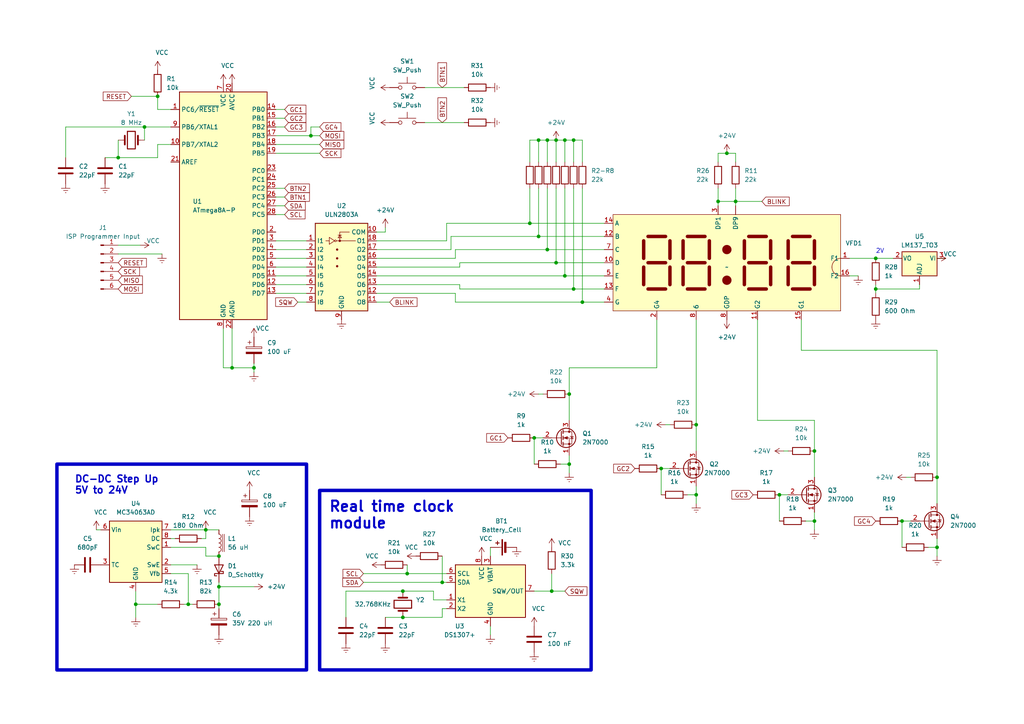
<source format=kicad_sch>
(kicad_sch (version 20231120) (generator "eeschema") (generator_version "8.0")
  (paper "A4")
  (title_block (title "ИВЛ2-7/5 Clock by so1der") (date "25.10.23") (rev "1.0"))
  (lib_symbols
    (symbol "Connector:Conn_01x06_Pin" (pin_names (offset 1.016) hide)
      (property "Reference" "J" (at 0 7.62 0))
      (property "Value" "Conn_01x06_Pin" (at 0 -10.16 0))
      (symbol "Conn_01x06_Pin_1_1"
        (pin passive line (at 5.08 5.08 180) (length 3.81) (name "Pin_1") (number "1"))
        (pin passive line (at 5.08 2.54 180) (length 3.81) (name "Pin_2") (number "2"))
        (pin passive line (at 5.08 0 180) (length 3.81) (name "Pin_3") (number "3"))
        (pin passive line (at 5.08 -2.54 180) (length 3.81) (name "Pin_4") (number "4"))
        (pin passive line (at 5.08 -5.08 180) (length 3.81) (name "Pin_5") (number "5"))
        (pin passive line (at 5.08 -7.62 180) (length 3.81) (name "Pin_6") (number "6"))
      )
    )
    (symbol "Device:Battery_Cell" (pin_numbers hide) (pin_names (offset 0) hide)
      (property "Reference" "BT" (at 2.54 2.54 0))
      (property "Value" "Battery_Cell" (at 2.54 0 0))
      (symbol "Battery_Cell_1_1"
        (pin passive line (at 0 5.08 270) (length 2.54) (name "+") (number "1"))
        (pin passive line (at 0 -2.54 90) (length 2.54) (name "-") (number "2"))
      )
    )
    (symbol "Device:C" (pin_numbers hide) (pin_names (offset 0.254))
      (property "Reference" "C" (at 0.635 2.54 0))
      (property "Value" "C" (at 0.635 -2.54 0))
      (symbol "C_1_1"
        (pin passive line (at 0 3.81 270) (length 2.794) (name "~") (number "1"))
        (pin passive line (at 0 -3.81 90) (length 2.794) (name "~") (number "2"))
      )
    )
    (symbol "Device:C_Polarized" (pin_numbers hide) (pin_names (offset 0.254))
      (property "Reference" "C" (at 0.635 2.54 0))
      (property "Value" "C_Polarized" (at 0.635 -2.54 0))
      (symbol "C_Polarized_1_1"
        (pin passive line (at 0 3.81 270) (length 2.794) (name "~") (number "1"))
        (pin passive line (at 0 -3.81 90) (length 2.794) (name "~") (number "2"))
      )
    )
    (symbol "Device:Crystal" (pin_numbers hide) (pin_names (offset 1.016) hide)
      (property "Reference" "Y" (at 0 3.81 0))
      (property "Value" "Crystal" (at 0 -3.81 0))
      (symbol "Crystal_1_1"
        (pin passive line (at -3.81 0 0) (length 1.27) (name "1") (number "1"))
        (pin passive line (at 3.81 0 180) (length 1.27) (name "2") (number "2"))
      )
    )
    (symbol "Device:D_Schottky" (pin_numbers hide) (pin_names (offset 1.016) hide)
      (property "Reference" "D" (at 0 2.54 0))
      (property "Value" "D_Schottky" (at 0 -2.54 0))
      (symbol "D_Schottky_1_1"
        (pin passive line (at -3.81 0 0) (length 2.54) (name "K") (number "1"))
        (pin passive line (at 3.81 0 180) (length 2.54) (name "A") (number "2"))
      )
    )
    (symbol "Device:L_Iron" (pin_numbers hide) (pin_names (offset 1.016) hide)
      (property "Reference" "L" (at -1.27 0 90))
      (property "Value" "L_Iron" (at 2.794 0 90))
      (symbol "L_Iron_1_1"
        (pin passive line (at 0 3.81 270) (length 1.27) (name "1") (number "1"))
        (pin passive line (at 0 -3.81 90) (length 1.27) (name "2") (number "2"))
      )
    )
    (symbol "Device:R" (pin_numbers hide) (pin_names (offset 0))
      (property "Reference" "R" (at 2.032 0 90))
      (property "Value" "R" (at 0 0 90))
      (symbol "R_1_1"
        (pin passive line (at 0 3.81 270) (length 1.27) (name "~") (number "1"))
        (pin passive line (at 0 -3.81 90) (length 1.27) (name "~") (number "2"))
      )
    )
    (symbol "IVL275:IVL275"
      (property "Reference" "VFD" (at 0 0 0))
      (symbol "IVL275_1_1"
        (pin input line (at 2.54 17.78 270) (length 2.54) (name "DP9") (number ""))
        (pin input line (at 35.56 2.54 180) (length 2.54) (name "F1") (number "1"))
        (pin input line (at -35.56 1.27 0) (length 2.54) (name "D") (number "10"))
        (pin input line (at 8.89 -15.24 90) (length 2.54) (name "G2") (number "11"))
        (pin input line (at -35.56 8.89 0) (length 2.54) (name "B") (number "12"))
        (pin input line (at -35.56 -6.35 0) (length 2.54) (name "F") (number "13"))
        (pin input line (at -35.56 12.7 0) (length 2.54) (name "A") (number "14"))
        (pin input line (at 21.59 -15.24 90) (length 2.54) (name "G1") (number "15"))
        (pin input line (at 35.56 -2.54 180) (length 2.54) (name "F2") (number "16"))
        (pin input line (at -20.32 -15.24 90) (length 2.54) (name "G4") (number "2"))
        (pin input line (at -2.54 17.78 270) (length 2.54) (name "DP1") (number "3"))
        (pin input line (at -35.56 -10.16 0) (length 2.54) (name "G") (number "4"))
        (pin input line (at -35.56 -2.54 0) (length 2.54) (name "E") (number "5"))
        (pin input line (at -35.56 5.08 0) (length 2.54) (name "C") (number "7"))
        (pin input line (at -8.89 -15.24 90) (length 2.54) (name "6") (number "8"))
        (pin input line (at 0 -15.24 90) (length 2.54) (name "GDP") (number "8"))
      )
    )
    (symbol "MCU_Microchip_ATmega:ATmega8A-P"
      (property "Reference" "U" (at -12.7 34.29 0))
      (property "Value" "ATmega8A-P" (at 5.08 -34.29 0))
      (symbol "ATmega8A-P_1_1"
        (pin bidirectional line (at -15.24 27.94 0) (length 2.54) (name "PC6/~{RESET}") (number "1"))
        (pin bidirectional line (at -15.24 17.78 0) (length 2.54) (name "PB7/XTAL2") (number "10"))
        (pin bidirectional line (at 15.24 -20.32 180) (length 2.54) (name "PD5") (number "11"))
        (pin bidirectional line (at 15.24 -22.86 180) (length 2.54) (name "PD6") (number "12"))
        (pin bidirectional line (at 15.24 -25.4 180) (length 2.54) (name "PD7") (number "13"))
        (pin bidirectional line (at 15.24 27.94 180) (length 2.54) (name "PB0") (number "14"))
        (pin bidirectional line (at 15.24 25.4 180) (length 2.54) (name "PB1") (number "15"))
        (pin bidirectional line (at 15.24 22.86 180) (length 2.54) (name "PB2") (number "16"))
        (pin bidirectional line (at 15.24 20.32 180) (length 2.54) (name "PB3") (number "17"))
        (pin bidirectional line (at 15.24 17.78 180) (length 2.54) (name "PB4") (number "18"))
        (pin bidirectional line (at 15.24 15.24 180) (length 2.54) (name "PB5") (number "19"))
        (pin bidirectional line (at 15.24 -7.62 180) (length 2.54) (name "PD0") (number "2"))
        (pin power_in line (at 2.54 35.56 270) (length 2.54) (name "AVCC") (number "20"))
        (pin passive line (at -15.24 12.7 0) (length 2.54) (name "AREF") (number "21"))
        (pin power_in line (at 2.54 -35.56 90) (length 2.54) (name "AGND") (number "22"))
        (pin bidirectional line (at 15.24 10.16 180) (length 2.54) (name "PC0") (number "23"))
        (pin bidirectional line (at 15.24 7.62 180) (length 2.54) (name "PC1") (number "24"))
        (pin bidirectional line (at 15.24 5.08 180) (length 2.54) (name "PC2") (number "25"))
        (pin bidirectional line (at 15.24 2.54 180) (length 2.54) (name "PC3") (number "26"))
        (pin bidirectional line (at 15.24 0 180) (length 2.54) (name "PC4") (number "27"))
        (pin bidirectional line (at 15.24 -2.54 180) (length 2.54) (name "PC5") (number "28"))
        (pin bidirectional line (at 15.24 -10.16 180) (length 2.54) (name "PD1") (number "3"))
        (pin bidirectional line (at 15.24 -12.7 180) (length 2.54) (name "PD2") (number "4"))
        (pin bidirectional line (at 15.24 -15.24 180) (length 2.54) (name "PD3") (number "5"))
        (pin bidirectional line (at 15.24 -17.78 180) (length 2.54) (name "PD4") (number "6"))
        (pin power_in line (at 0 35.56 270) (length 2.54) (name "VCC") (number "7"))
        (pin power_in line (at 0 -35.56 90) (length 2.54) (name "GND") (number "8"))
        (pin bidirectional line (at -15.24 22.86 0) (length 2.54) (name "PB6/XTAL1") (number "9"))
      )
    )
    (symbol "Regulator_Linear:LM137_TO3" (pin_names (offset 0.254))
      (property "Reference" "U" (at -3.81 -3.175 0))
      (property "Value" "LM137_TO3" (at 0 -3.175 0))
      (symbol "LM137_TO3_1_1"
        (pin input line (at 0 7.62 270) (length 2.54) (name "ADJ") (number "1"))
        (pin power_out line (at 7.62 0 180) (length 2.54) (name "VO") (number "2"))
        (pin power_in line (at -7.62 0 0) (length 2.54) (name "VI") (number "3"))
      )
    )
    (symbol "Regulator_Switching:MC34063AD"
      (property "Reference" "U" (at -7.62 8.89 0))
      (property "Value" "MC34063AD" (at 0 8.89 0))
      (symbol "MC34063AD_1_1"
        (pin open_collector line (at 10.16 0 180) (length 2.54) (name "SwC") (number "1"))
        (pin open_emitter line (at 10.16 -5.08 180) (length 2.54) (name "SwE") (number "2"))
        (pin passive line (at -10.16 -5.08 0) (length 2.54) (name "TC") (number "3"))
        (pin power_in line (at 0 -12.7 90) (length 2.54) (name "GND") (number "4"))
        (pin input line (at 10.16 -7.62 180) (length 2.54) (name "Vfb") (number "5"))
        (pin power_in line (at -10.16 5.08 0) (length 2.54) (name "Vin") (number "6"))
        (pin input line (at 10.16 5.08 180) (length 2.54) (name "Ipk") (number "7"))
        (pin open_collector line (at 10.16 2.54 180) (length 2.54) (name "DC") (number "8"))
      )
    )
    (symbol "Switch:SW_Push" (pin_numbers hide) (pin_names (offset 1.016) hide)
      (property "Reference" "SW" (at 1.27 2.54 0))
      (property "Value" "SW_Push" (at 0 -1.524 0))
      (symbol "SW_Push_0_1"
        (pin passive line (at -5.08 0 0) (length 2.54) (name "1") (number "1"))
        (pin passive line (at 5.08 0 180) (length 2.54) (name "2") (number "2"))
      )
    )
    (symbol "Timer_RTC:DS1307+"
      (property "Reference" "U" (at -8.89 8.89 0))
      (property "Value" "DS1307+" (at 1.27 8.89 0))
      (symbol "DS1307+_1_1"
        (pin input line (at -12.7 -2.54 0) (length 2.54) (name "X1") (number "1"))
        (pin input line (at -12.7 -5.08 0) (length 2.54) (name "X2") (number "2"))
        (pin power_in line (at 0 10.16 270) (length 2.54) (name "VBAT") (number "3"))
        (pin power_in line (at 0 -10.16 90) (length 2.54) (name "GND") (number "4"))
        (pin bidirectional line (at -12.7 2.54 0) (length 2.54) (name "SDA") (number "5"))
        (pin input line (at -12.7 5.08 0) (length 2.54) (name "SCL") (number "6"))
        (pin open_collector line (at 12.7 0 180) (length 2.54) (name "SQW/OUT") (number "7"))
        (pin power_in line (at -2.54 10.16 270) (length 2.54) (name "VCC") (number "8"))
      )
    )
    (symbol "Transistor_Array:ULN2803A"
      (property "Reference" "U" (at 0 13.335 0))
      (property "Value" "ULN2803A" (at 0 11.43 0))
      (symbol "ULN2803A_1_1"
        (pin input line (at -10.16 5.08 0) (length 2.54) (name "I1") (number "1"))
        (pin passive line (at 10.16 7.62 180) (length 2.54) (name "COM") (number "10"))
        (pin open_collector line (at 10.16 -12.7 180) (length 2.54) (name "O8") (number "11"))
        (pin open_collector line (at 10.16 -10.16 180) (length 2.54) (name "O7") (number "12"))
        (pin open_collector line (at 10.16 -7.62 180) (length 2.54) (name "O6") (number "13"))
        (pin open_collector line (at 10.16 -5.08 180) (length 2.54) (name "O5") (number "14"))
        (pin open_collector line (at 10.16 -2.54 180) (length 2.54) (name "O4") (number "15"))
        (pin open_collector line (at 10.16 0 180) (length 2.54) (name "O3") (number "16"))
        (pin open_collector line (at 10.16 2.54 180) (length 2.54) (name "O2") (number "17"))
        (pin open_collector line (at 10.16 5.08 180) (length 2.54) (name "O1") (number "18"))
        (pin input line (at -10.16 2.54 0) (length 2.54) (name "I2") (number "2"))
        (pin input line (at -10.16 0 0) (length 2.54) (name "I3") (number "3"))
        (pin input line (at -10.16 -2.54 0) (length 2.54) (name "I4") (number "4"))
        (pin input line (at -10.16 -5.08 0) (length 2.54) (name "I5") (number "5"))
        (pin input line (at -10.16 -7.62 0) (length 2.54) (name "I6") (number "6"))
        (pin input line (at -10.16 -10.16 0) (length 2.54) (name "I7") (number "7"))
        (pin input line (at -10.16 -12.7 0) (length 2.54) (name "I8") (number "8"))
        (pin power_in line (at 0 -17.78 90) (length 2.54) (name "GND") (number "9"))
      )
    )
    (symbol "Transistor_FET:2N7000" (pin_names hide)
      (property "Reference" "Q" (at 5.08 1.905 0))
      (property "Value" "2N7000" (at 5.08 0 0))
      (symbol "2N7000_1_1"
        (pin passive line (at 2.54 -5.08 90) (length 2.54) (name "S") (number "1"))
        (pin input line (at -5.08 0 0) (length 2.54) (name "G") (number "2"))
        (pin passive line (at 2.54 5.08 270) (length 2.54) (name "D") (number "3"))
      )
    )
    (symbol "power:+24V" (power) (pin_names (offset 0))
      (property "Value" "+24V" (at 0 3.556 0))
      (symbol "+24V_1_1"
        (pin power_in line (at 0 0 90) (length 0) hide (name "+24V") (number "1"))
      )
    )
    (symbol "power:Earth" (power) (pin_names (offset 0))
      (symbol "Earth_1_1"
        (pin power_in line (at 0 0 270) (length 0) hide (name "Earth") (number "1"))
      )
    )
    (symbol "power:VCC" (power) (pin_names (offset 0))
      (property "Value" "VCC" (at 0 3.81 0))
      (symbol "VCC_1_1"
        (pin power_in line (at 0 0 90) (length 0) hide (name "VCC") (number "1"))
      )
    )
  )
  (junction (at 128.27 168.91))
  (junction (at 63.5 170.18))
  (junction (at 116.84 179.07))
  (junction (at 208.28 58.42))
  (junction (at 90.17 39.37))
  (junction (at 201.93 143.51))
  (junction (at 39.37 175.26))
  (junction (at 236.22 151.13))
  (junction (at 45.72 27.94))
  (junction (at 168.91 87.63))
  (junction (at 160.02 171.45))
  (junction (at 54.61 175.26))
  (junction (at 166.37 83.82))
  (junction (at 254 74.93))
  (junction (at 236.22 130.81))
  (junction (at 226.06 143.51))
  (junction (at 156.21 68.58))
  (junction (at 59.69 153.67))
  (junction (at 158.75 40.64))
  (junction (at 191.77 135.89))
  (junction (at 67.31 106.68))
  (junction (at 161.29 76.2))
  (junction (at 201.93 123.19))
  (junction (at 254 83.82))
  (junction (at 163.83 40.64))
  (junction (at 41.91 36.83))
  (junction (at 34.29 45.72))
  (junction (at 116.84 171.45))
  (junction (at 166.37 40.64))
  (junction (at 154.94 127))
  (junction (at 156.21 40.64))
  (junction (at 153.67 64.77))
  (junction (at 158.75 72.39))
  (junction (at 63.5 175.26))
  (junction (at 213.36 58.42))
  (junction (at 73.66 106.68))
  (junction (at 261.62 151.13))
  (junction (at 161.29 40.64))
  (junction (at 271.78 158.75))
  (junction (at 210.82 44.45))
  (junction (at 271.78 138.43))
  (junction (at 118.11 166.37))
  (junction (at 165.1 114.3))
  (junction (at 63.5 161.29))
  (junction (at 163.83 80.01))
  (junction (at 165.1 134.62))
  (wire (pts (xy 133.35 76.2) (xy 133.35 77.47)))
  (wire (pts (xy 233.68 151.13) (xy 236.22 151.13)))
  (wire (pts (xy 163.83 40.64) (xy 166.37 40.64)))
  (wire (pts (xy 161.29 40.64) (xy 158.75 40.64)))
  (wire (pts (xy 49.53 163.83) (xy 57.15 163.83)))
  (wire (pts (xy 166.37 54.61) (xy 166.37 83.82)))
  (wire (pts (xy 262.89 138.43) (xy 264.16 138.43)))
  (wire (pts (xy 59.69 161.29) (xy 63.5 161.29)))
  (wire (pts (xy 109.22 69.85) (xy 129.54 69.85)))
  (wire (pts (xy 38.1 27.94) (xy 45.72 27.94)))
  (wire (pts (xy 109.22 67.31) (xy 111.76 67.31)))
  (wire (pts (xy 111.76 179.07) (xy 116.84 179.07)))
  (wire (pts (xy 67.31 95.25) (xy 67.31 106.68)))
  (wire (pts (xy 80.01 72.39) (xy 88.9 72.39)))
  (wire (pts (xy 128.27 168.91) (xy 129.54 168.91)))
  (wire (pts (xy 132.08 87.63) (xy 168.91 87.63)))
  (wire (pts (xy 165.1 121.92) (xy 165.1 114.3)))
  (wire (pts (xy 116.84 171.45) (xy 125.73 171.45)))
  (wire (pts (xy 208.28 58.42) (xy 213.36 58.42)))
  (wire (pts (xy 199.39 143.51) (xy 201.93 143.51)))
  (wire (pts (xy 219.71 92.71) (xy 219.71 121.92)))
  (wire (pts (xy 208.28 54.61) (xy 208.28 58.42)))
  (wire (pts (xy 271.78 101.6) (xy 232.41 101.6)))
  (wire (pts (xy 105.41 166.37) (xy 118.11 166.37)))
  (wire (pts (xy 19.05 45.72) (xy 19.05 36.83)))
  (wire (pts (xy 226.06 143.51) (xy 226.06 151.13)))
  (wire (pts (xy 168.91 46.99) (xy 168.91 40.64)))
  (wire (pts (xy 80.01 69.85) (xy 88.9 69.85)))
  (wire (pts (xy 161.29 54.61) (xy 161.29 76.2)))
  (wire (pts (xy 41.91 36.83) (xy 49.53 36.83)))
  (wire (pts (xy 49.53 153.67) (xy 59.69 153.67)))
  (wire (pts (xy 213.36 54.61) (xy 213.36 58.42)))
  (wire (pts (xy 154.94 171.45) (xy 160.02 171.45)))
  (wire (pts (xy 80.01 39.37) (xy 90.17 39.37)))
  (wire (pts (xy 80.01 77.47) (xy 88.9 77.47)))
  (wire (pts (xy 213.36 58.42) (xy 213.36 59.69)))
  (wire (pts (xy 111.76 67.31) (xy 111.76 66.04)))
  (wire (pts (xy 133.35 83.82) (xy 166.37 83.82)))
  (wire (pts (xy 45.72 31.75) (xy 49.53 31.75)))
  (wire (pts (xy 208.28 44.45) (xy 210.82 44.45)))
  (wire (pts (xy 39.37 175.26) (xy 39.37 171.45)))
  (wire (pts (xy 165.1 106.68) (xy 190.5 106.68)))
  (wire (pts (xy 30.48 45.72) (xy 34.29 45.72)))
  (wire (pts (xy 166.37 83.82) (xy 175.26 83.82)))
  (wire (pts (xy 158.75 54.61) (xy 158.75 72.39)))
  (wire (pts (xy 90.17 39.37) (xy 92.71 39.37)))
  (wire (pts (xy 156.21 40.64) (xy 158.75 40.64)))
  (wire (pts (xy 254 83.82) (xy 254 85.09)))
  (wire (pts (xy 163.83 54.61) (xy 163.83 80.01)))
  (wire (pts (xy 254 82.55) (xy 254 83.82)))
  (wire (pts (xy 271.78 161.29) (xy 271.78 158.75)))
  (wire (pts (xy 54.61 175.26) (xy 55.88 175.26)))
  (wire (pts (xy 271.78 138.43) (xy 271.78 101.6)))
  (wire (pts (xy 105.41 168.91) (xy 128.27 168.91)))
  (wire (pts (xy 271.78 146.05) (xy 271.78 138.43)))
  (wire (pts (xy 236.22 130.81) (xy 236.22 138.43)))
  (wire (pts (xy 160.02 166.37) (xy 160.02 171.45)))
  (wire (pts (xy 132.08 74.93) (xy 132.08 72.39)))
  (wire (pts (xy 45.72 41.91) (xy 45.72 45.72)))
  (wire (pts (xy 153.67 40.64) (xy 156.21 40.64)))
  (wire (pts (xy 129.54 64.77) (xy 153.67 64.77)))
  (wire (pts (xy 128.27 176.53) (xy 129.54 176.53)))
  (wire (pts (xy 80.01 44.45) (xy 92.71 44.45)))
  (wire (pts (xy 162.56 134.62) (xy 165.1 134.62)))
  (wire (pts (xy 123.19 25.4) (xy 134.62 25.4)))
  (wire (pts (xy 118.11 163.83) (xy 118.11 166.37)))
  (wire (pts (xy 130.81 68.58) (xy 156.21 68.58)))
  (wire (pts (xy 59.69 158.75) (xy 59.69 161.29)))
  (wire (pts (xy 158.75 40.64) (xy 158.75 46.99)))
  (wire (pts (xy 63.5 170.18) (xy 73.66 170.18)))
  (wire (pts (xy 165.1 134.62) (xy 165.1 132.08)))
  (wire (pts (xy 39.37 175.26) (xy 45.72 175.26)))
  (wire (pts (xy 63.5 176.53) (xy 63.5 175.26)))
  (wire (pts (xy 64.77 106.68) (xy 67.31 106.68)))
  (wire (pts (xy 132.08 72.39) (xy 158.75 72.39)))
  (wire (pts (xy 34.29 71.12) (xy 40.64 71.12)))
  (wire (pts (xy 156.21 54.61) (xy 156.21 68.58)))
  (wire (pts (xy 130.81 72.39) (xy 130.81 68.58)))
  (wire (pts (xy 49.53 41.91) (xy 45.72 41.91)))
  (wire (pts (xy 274.32 74.93) (xy 271.78 74.93)))
  (wire (pts (xy 213.36 46.99) (xy 213.36 44.45)))
  (wire (pts (xy 165.1 137.16) (xy 165.1 134.62)))
  (wire (pts (xy 45.72 27.94) (xy 45.72 31.75)))
  (wire (pts (xy 128.27 179.07) (xy 128.27 176.53)))
  (wire (pts (xy 269.24 158.75) (xy 271.78 158.75)))
  (wire (pts (xy 109.22 85.09) (xy 132.08 85.09)))
  (wire (pts (xy 109.22 74.93) (xy 132.08 74.93)))
  (wire (pts (xy 236.22 153.67) (xy 236.22 151.13)))
  (wire (pts (xy 129.54 69.85) (xy 129.54 64.77)))
  (wire (pts (xy 193.04 123.19) (xy 194.31 123.19)))
  (wire (pts (xy 59.69 153.67) (xy 63.5 153.67)))
  (wire (pts (xy 156.21 68.58) (xy 175.26 68.58)))
  (wire (pts (xy 27.94 153.67) (xy 29.21 153.67)))
  (wire (pts (xy 271.78 158.75) (xy 271.78 156.21)))
  (wire (pts (xy 80.01 31.75) (xy 82.55 31.75)))
  (wire (pts (xy 213.36 44.45) (xy 210.82 44.45)))
  (wire (pts (xy 125.73 173.99) (xy 129.54 173.99)))
  (wire (pts (xy 254 83.82) (xy 266.7 83.82)))
  (wire (pts (xy 80.01 85.09) (xy 88.9 85.09)))
  (wire (pts (xy 118.11 166.37) (xy 129.54 166.37)))
  (wire (pts (xy 133.35 82.55) (xy 133.35 83.82)))
  (wire (pts (xy 80.01 62.23) (xy 82.55 62.23)))
  (wire (pts (xy 80.01 36.83) (xy 82.55 36.83)))
  (wire (pts (xy 161.29 76.2) (xy 175.26 76.2)))
  (wire (pts (xy 201.93 92.71) (xy 201.93 123.19)))
  (wire (pts (xy 80.01 57.15) (xy 82.55 57.15)))
  (wire (pts (xy 109.22 72.39) (xy 130.81 72.39)))
  (wire (pts (xy 41.91 36.83) (xy 41.91 40.64)))
  (wire (pts (xy 34.29 45.72) (xy 34.29 40.64)))
  (wire (pts (xy 49.53 166.37) (xy 54.61 166.37)))
  (wire (pts (xy 100.33 179.07) (xy 100.33 171.45)))
  (wire (pts (xy 156.21 40.64) (xy 156.21 46.99)))
  (wire (pts (xy 208.28 58.42) (xy 208.28 59.69)))
  (wire (pts (xy 80.01 80.01) (xy 88.9 80.01)))
  (wire (pts (xy 54.61 166.37) (xy 54.61 175.26)))
  (wire (pts (xy 246.38 74.93) (xy 254 74.93)))
  (wire (pts (xy 73.66 106.68) (xy 73.66 105.41)))
  (wire (pts (xy 201.93 146.05) (xy 201.93 143.51)))
  (wire (pts (xy 208.28 46.99) (xy 208.28 44.45)))
  (wire (pts (xy 168.91 54.61) (xy 168.91 87.63)))
  (wire (pts (xy 80.01 82.55) (xy 88.9 82.55)))
  (wire (pts (xy 213.36 58.42) (xy 220.98 58.42)))
  (wire (pts (xy 201.93 123.19) (xy 201.93 130.81)))
  (wire (pts (xy 219.71 121.92) (xy 236.22 121.92)))
  (wire (pts (xy 154.94 127) (xy 157.48 127)))
  (wire (pts (xy 232.41 92.71) (xy 232.41 101.6)))
  (wire (pts (xy 80.01 74.93) (xy 88.9 74.93)))
  (wire (pts (xy 266.7 82.55) (xy 266.7 83.82)))
  (wire (pts (xy 90.17 36.83) (xy 90.17 39.37)))
  (wire (pts (xy 45.72 45.72) (xy 34.29 45.72)))
  (wire (pts (xy 49.53 158.75) (xy 59.69 158.75)))
  (wire (pts (xy 236.22 121.92) (xy 236.22 130.81)))
  (wire (pts (xy 39.37 179.07) (xy 39.37 175.26)))
  (wire (pts (xy 133.35 76.2) (xy 161.29 76.2)))
  (wire (pts (xy 166.37 40.64) (xy 166.37 46.99)))
  (wire (pts (xy 125.73 171.45) (xy 125.73 173.99)))
  (wire (pts (xy 160.02 171.45) (xy 163.83 171.45)))
  (wire (pts (xy 191.77 135.89) (xy 191.77 143.51)))
  (wire (pts (xy 59.69 156.21) (xy 59.69 153.67)))
  (wire (pts (xy 163.83 40.64) (xy 163.83 46.99)))
  (wire (pts (xy 80.01 41.91) (xy 92.71 41.91)))
  (wire (pts (xy 109.22 77.47) (xy 133.35 77.47)))
  (wire (pts (xy 261.62 151.13) (xy 264.16 151.13)))
  (wire (pts (xy 168.91 40.64) (xy 166.37 40.64)))
  (wire (pts (xy 154.94 127) (xy 154.94 134.62)))
  (wire (pts (xy 161.29 40.64) (xy 163.83 40.64)))
  (wire (pts (xy 128.27 161.29) (xy 128.27 168.91)))
  (wire (pts (xy 246.38 80.01) (xy 248.92 80.01)))
  (wire (pts (xy 153.67 64.77) (xy 175.26 64.77)))
  (wire (pts (xy 53.34 175.26) (xy 54.61 175.26)))
  (wire (pts (xy 63.5 168.91) (xy 63.5 170.18)))
  (wire (pts (xy 254 74.93) (xy 259.08 74.93)))
  (wire (pts (xy 153.67 54.61) (xy 153.67 64.77)))
  (wire (pts (xy 80.01 34.29) (xy 82.55 34.29)))
  (wire (pts (xy 190.5 106.68) (xy 190.5 92.71)))
  (wire (pts (xy 73.66 107.95) (xy 73.66 106.68)))
  (wire (pts (xy 236.22 151.13) (xy 236.22 148.59)))
  (wire (pts (xy 142.24 158.75) (xy 142.24 161.29)))
  (wire (pts (xy 49.53 156.21) (xy 50.8 156.21)))
  (wire (pts (xy 92.71 36.83) (xy 90.17 36.83)))
  (wire (pts (xy 80.01 54.61) (xy 82.55 54.61)))
  (wire (pts (xy 116.84 179.07) (xy 128.27 179.07)))
  (wire (pts (xy 201.93 143.51) (xy 201.93 140.97)))
  (wire (pts (xy 165.1 114.3) (xy 165.1 106.68)))
  (wire (pts (xy 161.29 46.99) (xy 161.29 40.64)))
  (wire (pts (xy 142.24 184.15) (xy 142.24 181.61)))
  (wire (pts (xy 153.67 46.99) (xy 153.67 40.64)))
  (wire (pts (xy 227.33 130.81) (xy 228.6 130.81)))
  (wire (pts (xy 86.36 87.63) (xy 88.9 87.63)))
  (wire (pts (xy 109.22 87.63) (xy 113.03 87.63)))
  (wire (pts (xy 132.08 85.09) (xy 132.08 87.63)))
  (wire (pts (xy 34.29 73.66) (xy 46.99 73.66)))
  (wire (pts (xy 19.05 36.83) (xy 41.91 36.83)))
  (wire (pts (xy 261.62 151.13) (xy 261.62 158.75)))
  (wire (pts (xy 163.83 80.01) (xy 175.26 80.01)))
  (wire (pts (xy 80.01 59.69) (xy 82.55 59.69)))
  (wire (pts (xy 158.75 72.39) (xy 175.26 72.39)))
  (wire (pts (xy 191.77 135.89) (xy 194.31 135.89)))
  (wire (pts (xy 109.22 82.55) (xy 133.35 82.55)))
  (wire (pts (xy 67.31 106.68) (xy 73.66 106.68)))
  (wire (pts (xy 100.33 171.45) (xy 116.84 171.45)))
  (wire (pts (xy 109.22 80.01) (xy 163.83 80.01)))
  (wire (pts (xy 58.42 156.21) (xy 59.69 156.21)))
  (wire (pts (xy 123.19 35.56) (xy 134.62 35.56)))
  (wire (pts (xy 63.5 170.18) (xy 63.5 175.26)))
  (wire (pts (xy 156.21 114.3) (xy 157.48 114.3)))
  (wire (pts (xy 64.77 95.25) (xy 64.77 106.68)))
  (wire (pts (xy 168.91 87.63) (xy 175.26 87.63)))
  (wire (pts (xy 226.06 143.51) (xy 228.6 143.51)))
  (rectangle (start 92.71 142.24) (end 171.45 194.31) (stroke (width 1)))
  (rectangle (start 16.51 134.62) (end 88.9 194.31) (stroke (width 1)))
  (text "2V" (at 254 73.66 0) (effects (font (size 1.27 1.27)) (justify left bottom)))
  (text "DC-DC Step Up\n5V to 24V\n" (at 21.59 143.51 0) (effects (font (size 2 2) (thickness 0.4) (bold yes)) (justify left bottom)))
  (text "Real time clock \nmodule" (at 95.25 153.67 0) (effects (font (size 3 3) (thickness 0.6) (bold yes)) (justify left bottom)))
  (global_label "MOSI" (shape input) (at 34.29 83.82 0) (property "Intersheetrefs" "${INTERSHEET_REFS}" (effects (hide yes))))
  (global_label "BLINK" (shape input) (at 113.03 87.63 0) (property "Intersheetrefs" "${INTERSHEET_REFS}" (effects (hide yes))))
  (global_label "BTN1" (shape input) (at 82.55 57.15 0) (property "Intersheetrefs" "${INTERSHEET_REFS}" (effects (hide yes))))
  (global_label "MISO" (shape input) (at 34.29 81.28 0) (property "Intersheetrefs" "${INTERSHEET_REFS}" (effects (hide yes))))
  (global_label "GC3" (shape input) (at 218.44 143.51 180) (property "Intersheetrefs" "${INTERSHEET_REFS}" (effects (hide yes))))
  (global_label "MISO" (shape input) (at 92.71 41.91 0) (property "Intersheetrefs" "${INTERSHEET_REFS}" (effects (hide yes))))
  (global_label "GC1" (shape input) (at 147.32 127 180) (property "Intersheetrefs" "${INTERSHEET_REFS}" (effects (hide yes))))
  (global_label "SCK" (shape input) (at 34.29 78.74 0) (property "Intersheetrefs" "${INTERSHEET_REFS}" (effects (hide yes))))
  (global_label "SCK" (shape input) (at 92.71 44.45 0) (property "Intersheetrefs" "${INTERSHEET_REFS}" (effects (hide yes))))
  (global_label "SDA" (shape input) (at 82.55 59.69 0) (property "Intersheetrefs" "${INTERSHEET_REFS}" (effects (hide yes))))
  (global_label "GC1" (shape input) (at 82.55 31.75 0) (property "Intersheetrefs" "${INTERSHEET_REFS}" (effects (hide yes))))
  (global_label "GC4" (shape input) (at 254 151.13 180) (property "Intersheetrefs" "${INTERSHEET_REFS}" (effects (hide yes))))
  (global_label "SCL" (shape input) (at 105.41 166.37 180) (property "Intersheetrefs" "${INTERSHEET_REFS}" (effects (hide yes))))
  (global_label "SQW" (shape input) (at 86.36 87.63 180) (property "Intersheetrefs" "${INTERSHEET_REFS}" (effects (hide yes))))
  (global_label "RESET" (shape input) (at 34.29 76.2 0) (property "Intersheetrefs" "${INTERSHEET_REFS}" (effects (hide yes))))
  (global_label "SQW" (shape input) (at 163.83 171.45 0) (property "Intersheetrefs" "${INTERSHEET_REFS}" (effects (hide yes))))
  (global_label "SCL" (shape input) (at 82.55 62.23 0) (property "Intersheetrefs" "${INTERSHEET_REFS}" (effects (hide yes))))
  (global_label "GC2" (shape input) (at 184.15 135.89 180) (property "Intersheetrefs" "${INTERSHEET_REFS}" (effects (hide yes))))
  (global_label "GC3" (shape input) (at 82.55 36.83 0) (property "Intersheetrefs" "${INTERSHEET_REFS}" (effects (hide yes))))
  (global_label "BLINK" (shape input) (at 220.98 58.42 0) (property "Intersheetrefs" "${INTERSHEET_REFS}" (effects (hide yes))))
  (global_label "RESET" (shape input) (at 38.1 27.94 180) (property "Intersheetrefs" "${INTERSHEET_REFS}" (effects (hide yes))))
  (global_label "GC4" (shape input) (at 92.71 36.83 0) (property "Intersheetrefs" "${INTERSHEET_REFS}" (effects (hide yes))))
  (global_label "MOSI" (shape input) (at 92.71 39.37 0) (property "Intersheetrefs" "${INTERSHEET_REFS}" (effects (hide yes))))
  (global_label "BTN1" (shape input) (at 128.27 25.4 90) (property "Intersheetrefs" "${INTERSHEET_REFS}" (effects (hide yes))))
  (global_label "SDA" (shape input) (at 105.41 168.91 180) (property "Intersheetrefs" "${INTERSHEET_REFS}" (effects (hide yes))))
  (global_label "BTN2" (shape input) (at 128.27 35.56 90) (property "Intersheetrefs" "${INTERSHEET_REFS}" (effects (hide yes))))
  (global_label "BTN2" (shape input) (at 82.55 54.61 0) (property "Intersheetrefs" "${INTERSHEET_REFS}" (effects (hide yes))))
  (global_label "GC2" (shape input) (at 82.55 34.29 0) (property "Intersheetrefs" "${INTERSHEET_REFS}" (effects (hide yes))))
  (symbol (lib_id "Device:C") (at 30.48 49.53 0) (unit 1)
    (property "Reference" "C1" (at 34.29 48.26 0) (effects (justify left)))
    (property "Value" "22pF" (at 34.29 50.8 0) (effects (justify left)))
    (property "Footprint" "Capacitor_THT:C_Disc_D4.7mm_W2.5mm_P5.00mm" (effects (hide yes)))
  )
  (symbol (lib_id "Device:R") (at 229.87 151.13 270) (unit 1)
    (property "Reference" "R18" (at 229.87 144.78 90))
    (property "Value" "1k" (at 229.87 147.32 90))
  )
  (symbol (lib_id "Switch:SW_Push") (at 118.11 25.4 0) (unit 1)
    (property "Reference" "SW1" (at 118.11 17.78 0))
    (property "Value" "SW_Push" (at 118.11 20.32 0))
    (property "Footprint" "Button_Switch_THT:SW_PUSH_6mm_H5mm" (effects (hide yes)))
  )
  (symbol (lib_id "power:Earth") (at 271.78 161.29 0) (unit 1)
    (property "Reference" "#PWR015" (effects (hide yes)))
    (property "Value" "Earth" (effects (hide yes)))
  )
  (symbol (lib_id "Device:R") (at 158.75 50.8 180) (unit 1)
    (property "Reference" "R4" (effects (hide yes)))
    (property "Value" "22k" (effects (hide yes)))
  )
  (symbol (lib_id "Device:R") (at 222.25 143.51 270) (unit 1)
    (property "Reference" "R17" (at 222.25 137.16 90))
    (property "Value" "1k" (at 222.25 139.7 90))
  )
  (symbol (lib_id "Device:R") (at 156.21 50.8 180) (unit 1)
    (property "Reference" "R3" (effects (hide yes)))
    (property "Value" "22k" (effects (hide yes)))
  )
  (symbol (lib_id "power:+24V") (at 73.66 170.18 270) (unit 1)
    (property "Reference" "#PWR032" (effects (hide yes)))
    (property "Value" "+24V" (at 77.47 170.18 90) (effects (justify left)))
  )
  (symbol (lib_id "power:Earth") (at 63.5 184.15 0) (unit 1)
    (property "Reference" "#PWR031" (effects (hide yes)))
    (property "Value" "Earth" (effects (hide yes)))
  )
  (symbol (lib_id "Device:R") (at 267.97 138.43 270) (unit 1)
    (property "Reference" "R25" (at 267.97 132.08 90))
    (property "Value" "10k" (at 267.97 134.62 90))
  )
  (symbol (lib_id "power:VCC") (at 59.69 153.67 0) (unit 1)
    (property "Reference" "#PWR029" (effects (hide yes)))
    (property "Value" "VCC" (at 60.96 148.59 0))
  )
  (symbol (lib_id "power:Earth") (at 100.33 186.69 0) (unit 1)
    (property "Reference" "#PWR021" (effects (hide yes)))
    (property "Value" "Earth" (effects (hide yes)))
  )
  (symbol (lib_id "Device:R") (at 163.83 50.8 180) (unit 1)
    (property "Reference" "R6" (effects (hide yes)))
    (property "Value" "22k" (effects (hide yes)))
  )
  (symbol (lib_id "Device:R") (at 45.72 24.13 180) (unit 1)
    (property "Reference" "R1" (at 48.26 22.86 0) (effects (justify right)))
    (property "Value" "10k" (at 48.26 25.4 0) (effects (justify right)))
  )
  (symbol (lib_id "Device:R") (at 254 78.74 180) (unit 1)
    (property "Reference" "R28" (at 256.54 77.47 0) (effects (justify right)))
    (property "Value" "1k" (at 256.54 80.01 0) (effects (justify right)))
  )
  (symbol (lib_id "Timer_RTC:DS1307+") (at 142.24 171.45 0) (unit 1)
    (property "Reference" "U3" (at 133.35 181.61 0))
    (property "Value" "DS1307+" (at 133.35 184.15 0))
    (property "Footprint" "Package_DIP:DIP-8_W7.62mm" (effects (hide yes)))
    (property "Datasheet" "https://datasheets.maximintegrated.com/en/ds/DS1307.pdf" (effects (hide yes)))
  )
  (symbol (lib_id "Device:Crystal") (at 38.1 40.64 180) (unit 1)
    (property "Reference" "Y1" (at 38.1 33.02 0))
    (property "Value" "8 MHz" (at 38.1 35.56 0))
  )
  (symbol (lib_id "Device:R") (at 198.12 123.19 270) (unit 1)
    (property "Reference" "R23" (at 198.12 116.84 90))
    (property "Value" "10k" (at 198.12 119.38 90))
  )
  (symbol (lib_id "power:Earth") (at 165.1 137.16 0) (unit 1)
    (property "Reference" "#PWR011" (effects (hide yes)))
    (property "Value" "Earth" (effects (hide yes)))
  )
  (symbol (lib_id "Device:C_Polarized") (at 73.66 101.6 0) (unit 1)
    (property "Reference" "C9" (at 77.47 99.441 0) (effects (justify left)))
    (property "Value" "100 uF" (at 77.47 101.981 0) (effects (justify left)))
  )
  (symbol (lib_id "power:VCC") (at 40.64 71.12 270) (unit 1)
    (property "Reference" "#PWR039" (effects (hide yes)))
    (property "Value" "VCC" (at 44.45 69.85 90))
  )
  (symbol (lib_id "Device:C_Polarized") (at 72.39 146.05 0) (unit 1)
    (property "Reference" "C8" (at 76.2 143.891 0) (effects (justify left)))
    (property "Value" "100 uF" (at 76.2 146.431 0) (effects (justify left)))
  )
  (symbol (lib_id "power:VCC") (at 160.02 158.75 0) (unit 1)
    (property "Reference" "#PWR044" (effects (hide yes)))
    (property "Value" "VCC" (at 163.83 157.48 0))
  )
  (symbol (lib_id "Device:R") (at 213.36 50.8 180) (unit 1)
    (property "Reference" "R11" (at 215.9 49.53 0) (effects (justify right)))
    (property "Value" "22k" (at 215.9 52.07 0) (effects (justify right)))
  )
  (symbol (lib_id "power:Earth") (at 73.66 107.95 0) (unit 1)
    (property "Reference" "#PWR042" (effects (hide yes)))
    (property "Value" "Earth" (effects (hide yes)))
  )
  (symbol (lib_id "power:Earth") (at 57.15 163.83 0) (unit 1)
    (property "Reference" "#PWR030" (effects (hide yes)))
    (property "Value" "Earth" (effects (hide yes)))
  )
  (symbol (lib_id "power:Earth") (at 154.94 189.23 0) (unit 1)
    (property "Reference" "#PWR036" (effects (hide yes)))
    (property "Value" "Earth" (effects (hide yes)))
  )
  (symbol (lib_id "power:+24V") (at 111.76 66.04 0) (unit 1)
    (property "Reference" "#PWR010" (effects (hide yes)))
    (property "Value" "+24V" (at 111.76 60.96 0))
  )
  (symbol (lib_id "power:+24V") (at 193.04 123.19 90) (unit 1)
    (property "Reference" "#PWR017" (effects (hide yes)))
    (property "Value" "+24V" (at 189.23 123.19 90) (effects (justify left)))
  )
  (symbol (lib_id "Device:C") (at 19.05 49.53 0) (unit 1)
    (property "Reference" "C2" (at 22.86 48.26 0) (effects (justify left)))
    (property "Value" "22pF" (at 22.86 50.8 0) (effects (justify left)))
    (property "Footprint" "Capacitor_THT:C_Disc_D4.7mm_W2.5mm_P5.00mm" (effects (hide yes)))
  )
  (symbol (lib_id "MCU_Microchip_ATmega:ATmega8A-P") (at 64.77 59.69 0) (unit 1)
    (property "Reference" "U1" (at 55.88 58.42 0) (effects (justify left)))
    (property "Value" "ATmega8A-P" (at 55.88 60.96 0) (effects (justify left)))
    (property "Footprint" "Package_DIP:DIP-28_W7.62mm" (effects (hide yes)))
    (property "Datasheet" "http://ww1.microchip.com/downloads/en/DeviceDoc/Microchip%208bit%20mcu%20AVR%20ATmega8A%20data%20sheet%2040001974A.pdf" (effects (hide yes)))
  )
  (symbol (lib_id "Transistor_FET:2N7000") (at 233.68 143.51 0) (unit 1)
    (property "Reference" "Q3" (at 240.03 142.24 0) (effects (justify left)))
    (property "Value" "2N7000" (at 240.03 144.78 0) (effects (justify left)))
    (property "Footprint" "Package_TO_SOT_THT:TO-92_Inline" (effects (hide yes)))
    (property "Datasheet" "https://www.vishay.com/docs/70226/70226.pdf" (effects (hide yes)))
  )
  (symbol (lib_id "Device:R") (at 151.13 127 270) (unit 1)
    (property "Reference" "R9" (at 151.13 120.65 90))
    (property "Value" "1k" (at 151.13 123.19 90))
  )
  (symbol (lib_id "power:Earth") (at 72.39 149.86 0) (unit 1)
    (property "Reference" "#PWR038" (effects (hide yes)))
    (property "Value" "Earth" (effects (hide yes)))
  )
  (symbol (lib_id "Device:R") (at 138.43 35.56 90) (unit 1)
    (property "Reference" "R32" (at 138.43 29.21 90))
    (property "Value" "10k" (at 138.43 31.75 90))
    (property "Footprint" "Resistor_SMD:R_0805_2012Metric_Pad1.20x1.40mm_HandSolder" (effects (hide yes)))
  )
  (symbol (lib_id "power:VCC") (at 113.03 35.56 90) (unit 1)
    (property "Reference" "#PWR046" (effects (hide yes)))
    (property "Value" "VCC" (at 107.95 34.29 0))
  )
  (symbol (lib_id "power:Earth") (at 236.22 153.67 0) (unit 1)
    (property "Reference" "#PWR014" (effects (hide yes)))
    (property "Value" "Earth" (effects (hide yes)))
  )
  (symbol (lib_id "Device:R") (at 195.58 143.51 270) (unit 1)
    (property "Reference" "R16" (at 195.58 137.16 90))
    (property "Value" "1k" (at 195.58 139.7 90))
  )
  (symbol (lib_id "power:Earth") (at 142.24 35.56 90) (unit 1)
    (property "Reference" "#PWR048" (effects (hide yes)))
    (property "Value" "Earth" (effects (hide yes)))
  )
  (symbol (lib_id "Device:R") (at 265.43 158.75 270) (unit 1)
    (property "Reference" "R20" (at 265.43 152.4 90))
    (property "Value" "1k" (at 265.43 154.94 90))
  )
  (symbol (lib_id "Device:L_Iron") (at 63.5 157.48 0) (unit 1)
    (property "Reference" "L1" (at 66.04 156.21 0) (effects (justify left)))
    (property "Value" "56 uH" (at 66.04 158.75 0) (effects (justify left)))
  )
  (symbol (lib_id "Device:C") (at 100.33 182.88 0) (unit 1)
    (property "Reference" "C4" (at 104.14 181.61 0) (effects (justify left)))
    (property "Value" "22pF" (at 104.14 184.15 0) (effects (justify left)))
    (property "Footprint" "Capacitor_THT:C_Disc_D4.7mm_W2.5mm_P5.00mm" (effects (hide yes)))
  )
  (symbol (lib_id "Device:R") (at 124.46 161.29 270) (unit 1)
    (property "Reference" "R27" (at 124.46 154.94 90))
    (property "Value" "10k" (at 124.46 157.48 90))
  )
  (symbol (lib_id "power:+24V") (at 262.89 138.43 90) (unit 1)
    (property "Reference" "#PWR019" (effects (hide yes)))
    (property "Value" "+24V" (at 259.08 138.43 90) (effects (justify left)))
  )
  (symbol (lib_id "power:Earth") (at 111.76 186.69 0) (unit 1)
    (property "Reference" "#PWR022" (effects (hide yes)))
    (property "Value" "Earth" (effects (hide yes)))
  )
  (symbol (lib_id "Device:R") (at 187.96 135.89 270) (unit 1)
    (property "Reference" "R15" (at 187.96 129.54 90))
    (property "Value" "1k" (at 187.96 132.08 90))
  )
  (symbol (lib_id "power:VCC") (at 64.77 24.13 0) (unit 1)
    (property "Reference" "#PWR06" (effects (hide yes)))
    (property "Value" "VCC" (at 66.04 19.05 0))
  )
  (symbol (lib_id "power:VCC") (at 73.66 97.79 0) (unit 1)
    (property "Reference" "#PWR041" (effects (hide yes)))
    (property "Value" "VCC" (at 76.2 95.25 0))
  )
  (symbol (lib_id "Device:R") (at 59.69 175.26 270) (unit 1)
    (property "Reference" "R13" (at 59.69 168.91 90))
    (property "Value" "82k" (at 59.69 171.45 90))
  )
  (symbol (lib_id "Regulator_Switching:MC34063AD") (at 39.37 158.75 0) (unit 1)
    (property "Reference" "U4" (at 39.37 146.05 0))
    (property "Value" "MC34063AD" (at 39.37 148.59 0))
    (property "Footprint" "Package_SO:SOIC-8_3.9x4.9mm_P1.27mm" (effects (hide yes)))
    (property "Datasheet" "http://www.onsemi.com/pub_link/Collateral/MC34063A-D.PDF" (effects (hide yes)))
  )
  (symbol (lib_id "power:VCC") (at 154.94 181.61 0) (unit 1)
    (property "Reference" "#PWR035" (effects (hide yes)))
    (property "Value" "VCC" (at 156.21 176.53 0))
  )
  (symbol (lib_id "power:VCC") (at 139.7 161.29 0) (unit 1)
    (property "Reference" "#PWR024" (effects (hide yes)))
    (property "Value" "VCC" (at 140.97 156.21 0))
  )
  (symbol (lib_id "Device:R") (at 254 88.9 180) (unit 1)
    (property "Reference" "R29" (at 256.54 87.63 0) (effects (justify right)))
    (property "Value" "600 Ohm" (at 256.54 90.17 0) (effects (justify right)))
  )
  (symbol (lib_id "power:VCC") (at 45.72 20.32 0) (unit 1)
    (property "Reference" "#PWR08" (effects (hide yes)))
    (property "Value" "VCC" (at 46.99 15.24 0))
  )
  (symbol (lib_id "Device:D_Schottky") (at 63.5 165.1 90) (unit 1)
    (property "Reference" "D1" (at 66.04 164.1475 90) (effects (justify right)))
    (property "Value" "D_Schottky" (at 66.04 166.6875 90) (effects (justify right)))
  )
  (symbol (lib_id "Transistor_FET:2N7000") (at 162.56 127 0) (unit 1)
    (property "Reference" "Q1" (at 168.91 125.73 0) (effects (justify left)))
    (property "Value" "2N7000" (at 168.91 128.27 0) (effects (justify left)))
    (property "Footprint" "Package_TO_SOT_THT:TO-92_Inline" (effects (hide yes)))
    (property "Datasheet" "https://www.vishay.com/docs/70226/70226.pdf" (effects (hide yes)))
  )
  (symbol (lib_id "power:Earth") (at 99.06 92.71 0) (unit 1)
    (property "Reference" "#PWR05" (effects (hide yes)))
    (property "Value" "Earth" (effects (hide yes)))
  )
  (symbol (lib_id "Device:R") (at 161.29 50.8 180) (unit 1)
    (property "Reference" "R5" (effects (hide yes)))
    (property "Value" "22k" (effects (hide yes)))
  )
  (symbol (lib_id "power:Earth") (at 19.05 53.34 0) (unit 1)
    (property "Reference" "#PWR01" (effects (hide yes)))
    (property "Value" "Earth" (effects (hide yes)))
  )
  (symbol (lib_id "power:Earth") (at 21.59 163.83 0) (unit 1)
    (property "Reference" "#PWR027" (effects (hide yes)))
    (property "Value" "Earth" (effects (hide yes)))
  )
  (symbol (lib_id "power:VCC") (at 27.94 153.67 0) (unit 1)
    (property "Reference" "#PWR028" (effects (hide yes)))
    (property "Value" "VCC" (at 29.21 148.59 0))
  )
  (symbol (lib_id "power:+24V") (at 210.82 44.45 0) (unit 1)
    (property "Reference" "#PWR012" (effects (hide yes)))
    (property "Value" "+24V" (at 210.82 39.37 0))
  )
  (symbol (lib_id "power:Earth") (at 142.24 25.4 90) (unit 1)
    (property "Reference" "#PWR047" (effects (hide yes)))
    (property "Value" "Earth" (effects (hide yes)))
  )
  (symbol (lib_id "power:+24V") (at 227.33 130.81 90) (unit 1)
    (property "Reference" "#PWR018" (effects (hide yes)))
    (property "Value" "+24V" (at 223.52 130.81 90) (effects (justify left)))
  )
  (symbol (lib_id "Regulator_Linear:LM137_TO3") (at 266.7 74.93 180) (unit 1)
    (property "Reference" "U5" (at 266.7 68.58 0))
    (property "Value" "LM137_TO3" (at 266.7 71.12 0))
    (property "Footprint" "Package_TO_SOT_THT:TO-3" (effects (hide yes)))
    (property "Datasheet" "http://www.ti.com/lit/ds/symlink/lm337-n.pdf" (effects (hide yes)))
  )
  (symbol (lib_id "Device:R") (at 49.53 175.26 270) (unit 1)
    (property "Reference" "R14" (at 49.53 168.91 90))
    (property "Value" "4.3k" (at 49.53 171.45 90))
  )
  (symbol (lib_id "Device:R") (at 114.3 163.83 270) (unit 1)
    (property "Reference" "R21" (at 114.3 157.48 90))
    (property "Value" "10k" (at 114.3 160.02 90))
  )
  (symbol (lib_id "power:Earth") (at 254 92.71 0) (unit 1)
    (property "Reference" "#PWR043" (effects (hide yes)))
    (property "Value" "Earth" (effects (hide yes)))
  )
  (symbol (lib_id "Device:R") (at 208.28 50.8 0) (unit 1)
    (property "Reference" "R26" (at 201.93 49.53 0) (effects (justify left)))
    (property "Value" "22k" (at 201.93 52.07 0) (effects (justify left)))
  )
  (symbol (lib_id "power:VCC") (at 271.78 74.93 270) (unit 1)
    (property "Reference" "#PWR04" (effects (hide yes)))
    (property "Value" "VCC" (at 275.59 73.66 90))
  )
  (symbol (lib_id "Switch:SW_Push") (at 118.11 35.56 0) (unit 1)
    (property "Reference" "SW2" (at 118.11 27.94 0))
    (property "Value" "SW_Push" (at 118.11 30.48 0))
    (property "Footprint" "Button_Switch_THT:SW_PUSH_6mm_H5mm" (effects (hide yes)))
  )
  (symbol (lib_id "power:Earth") (at 149.86 158.75 0) (unit 1)
    (property "Reference" "#PWR025" (effects (hide yes)))
    (property "Value" "Earth" (effects (hide yes)))
  )
  (symbol (lib_id "Device:C_Polarized") (at 63.5 180.34 0) (unit 1)
    (property "Reference" "C6" (at 67.31 178.181 0) (effects (justify left)))
    (property "Value" "35V 220 uH" (at 67.31 180.721 0) (effects (justify left)))
    (property "Footprint" "Capacitor_THT:CP_Axial_L11.0mm_D8.0mm_P15.00mm_Horizontal" (effects (hide yes)))
  )
  (symbol (lib_id "power:+24V") (at 156.21 114.3 90) (unit 1)
    (property "Reference" "#PWR016" (effects (hide yes)))
    (property "Value" "+24V" (at 152.4 114.3 90) (effects (justify left)))
  )
  (symbol (lib_id "Device:C") (at 154.94 185.42 0) (unit 1)
    (property "Reference" "C7" (at 158.75 184.15 0) (effects (justify left)))
    (property "Value" "100 nF" (at 158.75 186.69 0) (effects (justify left)))
  )
  (symbol (lib_id "Device:R") (at 166.37 50.8 180) (unit 1)
    (property "Reference" "R7" (effects (hide yes)))
    (property "Value" "22k" (effects (hide yes)))
  )
  (symbol (lib_id "Device:R") (at 232.41 130.81 270) (unit 1)
    (property "Reference" "R24" (at 232.41 124.46 90))
    (property "Value" "10k" (at 232.41 127 90))
  )
  (symbol (lib_id "power:Earth") (at 201.93 146.05 0) (unit 1)
    (property "Reference" "#PWR013" (effects (hide yes)))
    (property "Value" "Earth" (effects (hide yes)))
  )
  (symbol (lib_id "power:+24V") (at 161.29 40.64 0) (unit 1)
    (property "Reference" "#PWR09" (effects (hide yes)))
    (property "Value" "+24V" (at 161.29 35.56 0))
  )
  (symbol (lib_id "Transistor_FET:2N7000") (at 269.24 151.13 0) (unit 1)
    (property "Reference" "Q4" (at 275.59 149.86 0) (effects (justify left)))
    (property "Value" "2N7000" (at 275.59 152.4 0) (effects (justify left)))
    (property "Footprint" "Package_TO_SOT_THT:TO-92_Inline" (effects (hide yes)))
    (property "Datasheet" "https://www.vishay.com/docs/70226/70226.pdf" (effects (hide yes)))
  )
  (symbol (lib_id "power:VCC") (at 113.03 25.4 90) (unit 1)
    (property "Reference" "#PWR045" (effects (hide yes)))
    (property "Value" "VCC" (at 107.95 24.13 0))
  )
  (symbol (lib_id "Connector:Conn_01x06_Pin") (at 29.21 76.2 0) (unit 1)
    (property "Reference" "J1" (at 29.845 66.04 0))
    (property "Value" "ISP Programmer Input" (at 29.845 68.58 0))
  )
  (symbol (lib_id "Device:Crystal") (at 116.84 175.26 90) (unit 1)
    (property "Reference" "Y2" (at 120.65 173.99 90) (effects (justify right)))
    (property "Value" "32.768KHz" (at 102.87 175.26 90) (effects (justify right)))
  )
  (symbol (lib_id "power:VCC") (at 72.39 142.24 0) (unit 1)
    (property "Reference" "#PWR037" (effects (hide yes)))
    (property "Value" "VCC" (at 73.66 137.16 0))
  )
  (symbol (lib_id "Device:R") (at 54.61 156.21 270) (unit 1)
    (property "Reference" "R12" (at 54.61 149.86 90))
    (property "Value" "180 Ohm" (at 54.61 152.4 90))
  )
  (symbol (lib_id "IVL275:IVL275") (at 210.82 77.47 0) (unit 1)
    (property "Reference" "VFD1" (at 247.65 70.5419 0))
    (property "Value" "~" (at 210.82 77.47 0))
  )
  (symbol (lib_id "Device:R") (at 160.02 162.56 180) (unit 1)
    (property "Reference" "R30" (at 162.56 161.29 0) (effects (justify right)))
    (property "Value" "3.3k" (at 162.56 163.83 0) (effects (justify right)))
  )
  (symbol (lib_id "Device:R") (at 257.81 151.13 270) (unit 1)
    (property "Reference" "R19" (at 257.81 144.78 90))
    (property "Value" "1k" (at 257.81 147.32 90))
  )
  (symbol (lib_id "power:Earth") (at 39.37 179.07 0) (unit 1)
    (property "Reference" "#PWR026" (effects (hide yes)))
    (property "Value" "Earth" (effects (hide yes)))
  )
  (symbol (lib_id "Device:Battery_Cell") (at 147.32 158.75 90) (unit 1)
    (property "Reference" "BT1" (at 145.4785 151.13 90))
    (property "Value" "Battery_Cell" (at 145.4785 153.67 90))
  )
  (symbol (lib_id "power:VCC") (at 67.31 24.13 0) (unit 1)
    (property "Reference" "#PWR07" (effects (hide yes)))
    (property "Value" "VCC" (effects (hide yes)))
  )
  (symbol (lib_id "Device:R") (at 158.75 134.62 270) (unit 1)
    (property "Reference" "R10" (at 158.75 128.27 90))
    (property "Value" "1k" (at 158.75 130.81 90))
  )
  (symbol (lib_id "power:VCC") (at 120.65 161.29 90) (unit 1)
    (property "Reference" "#PWR033" (effects (hide yes)))
    (property "Value" "VCC" (at 119.38 158.75 90))
  )
  (symbol (lib_id "Transistor_FET:2N7000") (at 199.39 135.89 0) (unit 1)
    (property "Reference" "Q2" (at 205.74 134.62 0) (effects (justify left)))
    (property "Value" "2N7000" (at 204.216 137.16 0) (effects (justify left)))
    (property "Footprint" "Package_TO_SOT_THT:TO-92_Inline" (effects (hide yes)))
    (property "Datasheet" "https://www.vishay.com/docs/70226/70226.pdf" (effects (hide yes)))
  )
  (symbol (lib_id "power:Earth") (at 142.24 184.15 0) (unit 1)
    (property "Reference" "#PWR023" (effects (hide yes)))
    (property "Value" "Earth" (effects (hide yes)))
  )
  (symbol (lib_id "power:VCC") (at 110.49 163.83 90) (unit 1)
    (property "Reference" "#PWR034" (effects (hide yes)))
    (property "Value" "VCC" (at 107.95 161.29 90))
  )
  (symbol (lib_id "Device:R") (at 153.67 50.8 180) (unit 1)
    (property "Reference" "R2" (effects (hide yes)))
    (property "Value" "22k" (effects (hide yes)))
  )
  (symbol (lib_id "power:+24V") (at 210.82 92.71 180) (unit 1)
    (property "Reference" "#PWR020" (effects (hide yes)))
    (property "Value" "+24V" (at 210.82 97.79 0))
  )
  (symbol (lib_id "Device:C") (at 111.76 182.88 0) (unit 1)
    (property "Reference" "C3" (at 115.57 181.61 0) (effects (justify left)))
    (property "Value" "22pF" (at 115.57 184.15 0) (effects (justify left)))
    (property "Footprint" "Capacitor_THT:C_Disc_D4.7mm_W2.5mm_P5.00mm" (effects (hide yes)))
  )
  (symbol (lib_id "power:Earth") (at 30.48 53.34 0) (unit 1)
    (property "Reference" "#PWR02" (effects (hide yes)))
    (property "Value" "Earth" (effects (hide yes)))
  )
  (symbol (lib_id "Device:R") (at 168.91 50.8 180) (unit 1)
    (property "Reference" "R2-R8" (at 171.45 49.5299 0) (effects (justify right)))
    (property "Value" "22k" (at 171.45 52.0699 0) (effects (justify right)))
  )
  (symbol (lib_id "Device:R") (at 138.43 25.4 90) (unit 1)
    (property "Reference" "R31" (at 138.43 19.05 90))
    (property "Value" "10k" (at 138.43 21.59 90))
    (property "Footprint" "Resistor_SMD:R_0805_2012Metric_Pad1.20x1.40mm_HandSolder" (effects (hide yes)))
  )
  (symbol (lib_id "Device:C") (at 25.4 163.83 90) (unit 1)
    (property "Reference" "C5" (at 25.4 156.21 90))
    (property "Value" "680pF" (at 25.4 158.75 90))
  )
  (symbol (lib_id "Device:R") (at 161.29 114.3 270) (unit 1)
    (property "Reference" "R22" (at 161.29 107.95 90))
    (property "Value" "10k" (at 161.29 110.49 90))
  )
  (symbol (lib_id "Transistor_Array:ULN2803A") (at 99.06 74.93 0) (unit 1)
    (property "Reference" "U2" (at 99.06 59.69 0))
    (property "Value" "ULN2803A" (at 99.06 62.23 0))
    (property "Datasheet" "http://www.ti.com/lit/ds/symlink/uln2803a.pdf" (effects (hide yes)))
  )
  (symbol (lib_id "power:Earth") (at 46.99 73.66 0) (unit 1)
    (property "Reference" "#PWR040" (effects (hide yes)))
    (property "Value" "Earth" (effects (hide yes)))
  )
  (symbol (lib_id "power:Earth") (at 248.92 80.01 0) (unit 1)
    (property "Reference" "#PWR03" (effects (hide yes)))
    (property "Value" "Earth" (effects (hide yes)))
  )
)
</source>
